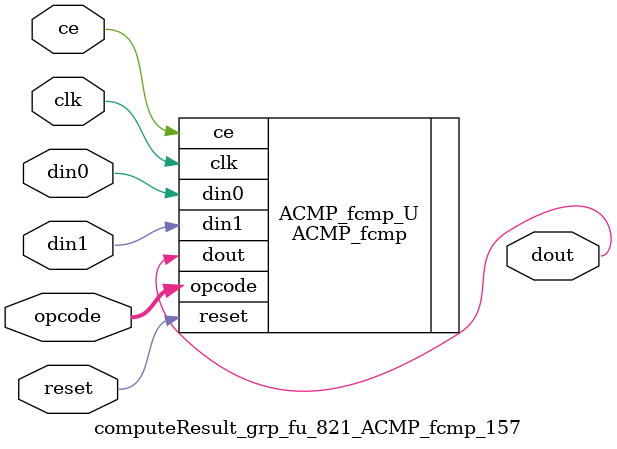
<source format=v>

`timescale 1 ns / 1 ps
module computeResult_grp_fu_821_ACMP_fcmp_157(
    clk,
    reset,
    ce,
    din0,
    din1,
    opcode,
    dout);

parameter ID = 32'd1;
parameter NUM_STAGE = 32'd1;
parameter din0_WIDTH = 32'd1;
parameter din1_WIDTH = 32'd1;
parameter dout_WIDTH = 32'd1;
input clk;
input reset;
input ce;
input[din0_WIDTH - 1:0] din0;
input[din1_WIDTH - 1:0] din1;
input[5 - 1:0] opcode;
output[dout_WIDTH - 1:0] dout;



ACMP_fcmp #(
.ID( ID ),
.NUM_STAGE( 3 ),
.din0_WIDTH( din0_WIDTH ),
.din1_WIDTH( din1_WIDTH ),
.dout_WIDTH( dout_WIDTH ))
ACMP_fcmp_U(
    .clk( clk ),
    .reset( reset ),
    .ce( ce ),
    .din0( din0 ),
    .din1( din1 ),
    .dout( dout ),
    .opcode( opcode ));

endmodule

</source>
